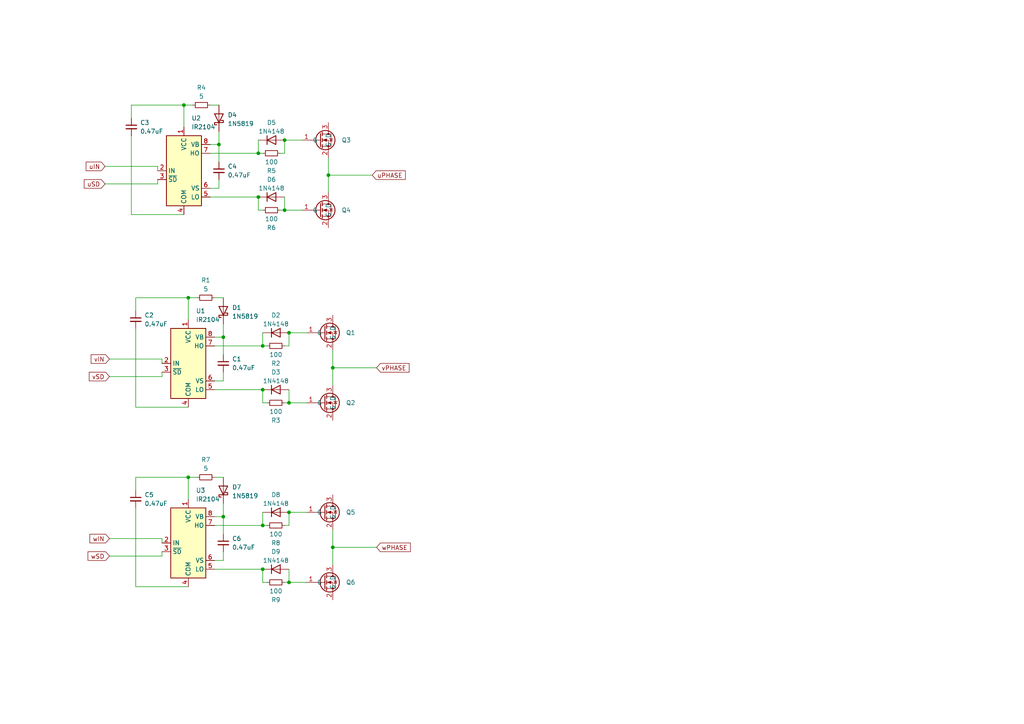
<source format=kicad_sch>
(kicad_sch (version 20230121) (generator eeschema)
  (paper "A4")
  (lib_symbols
    (symbol "Device:C_Small" (pin_numbers hide) (pin_names (offset 0.254) hide)
      (property "Reference" "C" (at 0.254 1.778 0))
      (property "Value" "C_Small" (at 0.254 -2.032 0))
      (symbol "C_Small_0_1"
        (polyline (pts (xy -1.524 -0.508) (xy 1.524 -0.508)) (stroke (width 0.3302)))
        (polyline (pts (xy -1.524 0.508) (xy 1.524 0.508)) (stroke (width 0.3048)))
      )
      (symbol "C_Small_1_1"
        (pin passive line (at 0 2.54 270) (length 2.032) (name "~") (number "1"))
        (pin passive line (at 0 -2.54 90) (length 2.032) (name "~") (number "2"))
      )
    )
    (symbol "Device:R_Small" (pin_numbers hide) (pin_names (offset 0.254) hide)
      (property "Reference" "R" (at 0.762 0.508 0))
      (property "Value" "R_Small" (at 0.762 -1.016 0))
      (symbol "R_Small_0_1"
        (rectangle (start -0.762 1.778) (end 0.762 -1.778) (stroke (width 0.2032)))
      )
      (symbol "R_Small_1_1"
        (pin passive line (at 0 2.54 270) (length 0.762) (name "~") (number "1"))
        (pin passive line (at 0 -2.54 90) (length 0.762) (name "~") (number "2"))
      )
    )
    (symbol "Diode:1N4148" (pin_numbers hide) (pin_names hide)
      (property "Reference" "D" (at 0 2.54 0))
      (property "Value" "1N4148" (at 0 -2.54 0))
      (symbol "1N4148_0_1"
        (polyline (pts (xy -1.27 1.27) (xy -1.27 -1.27)) (stroke (width 0.254)))
        (polyline (pts (xy 1.27 0) (xy -1.27 0)))
        (polyline (pts (xy 1.27 1.27) (xy 1.27 -1.27) (xy -1.27 0) (xy 1.27 1.27)) (stroke (width 0.254)))
      )
      (symbol "1N4148_1_1"
        (pin passive line (at -3.81 0 0) (length 2.54) (name "K") (number "1"))
        (pin passive line (at 3.81 0 180) (length 2.54) (name "A") (number "2"))
      )
    )
    (symbol "Diode:1N5819" (pin_numbers hide) (pin_names (offset 1.016) hide)
      (property "Reference" "D" (at 0 2.54 0))
      (property "Value" "1N5819" (at 0 -2.54 0))
      (symbol "1N5819_0_1"
        (polyline (pts (xy 1.27 0) (xy -1.27 0)))
        (polyline (pts (xy 1.27 1.27) (xy 1.27 -1.27) (xy -1.27 0) (xy 1.27 1.27)) (stroke (width 0.254)))
        (polyline (pts (xy -1.905 0.635) (xy -1.905 1.27) (xy -1.27 1.27) (xy -1.27 -1.27) (xy -0.635 -1.27) (xy -0.635 -0.635)) (stroke (width 0.254)))
      )
      (symbol "1N5819_1_1"
        (pin passive line (at -3.81 0 0) (length 2.54) (name "K") (number "1"))
        (pin passive line (at 3.81 0 180) (length 2.54) (name "A") (number "2"))
      )
    )
    (symbol "Driver_FET:IR2104"
      (property "Reference" "U" (at 1.27 13.335 0))
      (property "Value" "IR2104" (at 1.27 11.43 0))
      (symbol "IR2104_0_1"
        (rectangle (start -5.08 -10.16) (end 5.08 10.16) (stroke (width 0.254)) (fill (type background)))
      )
      (symbol "IR2104_1_1"
        (pin power_in line (at 0 12.7 270) (length 2.54) (name "VCC") (number "1"))
        (pin input line (at -7.62 0 0) (length 2.54) (name "IN") (number "2"))
        (pin input line (at -7.62 -2.54 0) (length 2.54) (name "~{SD}") (number "3"))
        (pin power_in line (at 0 -12.7 90) (length 2.54) (name "COM") (number "4"))
        (pin output line (at 7.62 -7.62 180) (length 2.54) (name "LO") (number "5"))
        (pin passive line (at 7.62 -5.08 180) (length 2.54) (name "VS") (number "6"))
        (pin output line (at 7.62 5.08 180) (length 2.54) (name "HO") (number "7"))
        (pin passive line (at 7.62 7.62 180) (length 2.54) (name "VB") (number "8"))
      )
    )
    (symbol "bldc_lib:IRFZ44N"
      (property "Reference" "Q" (at -11.43 -8.89 0))
      (symbol "IRFZ44N_0_1"
        (circle (center -0.889 0) (radius 2.794) (stroke (width 0.254)))
        (circle (center 0 -1.778) (radius 0.254) (fill (type outline)))
        (polyline (pts (xy -2.286 0) (xy -5.08 0)))
        (polyline (pts (xy -2.286 1.905) (xy -2.286 -1.905)) (stroke (width 0.254)))
        (polyline (pts (xy -1.778 -1.27) (xy -1.778 -2.286)) (stroke (width 0.254)))
        (polyline (pts (xy -1.778 0.508) (xy -1.778 -0.508)) (stroke (width 0.254)))
        (polyline (pts (xy -1.778 2.286) (xy -1.778 1.27)) (stroke (width 0.254)))
        (polyline (pts (xy 0 2.54) (xy 0 1.778)))
        (polyline (pts (xy 0 -2.54) (xy 0 0) (xy -1.778 0)))
        (polyline (pts (xy -1.778 -1.778) (xy 0.762 -1.778) (xy 0.762 1.778) (xy -1.778 1.778)))
        (polyline (pts (xy -1.524 0) (xy -0.508 0.381) (xy -0.508 -0.381) (xy -1.524 0)) (fill (type outline)))
        (polyline (pts (xy 0.254 0.508) (xy 0.381 0.381) (xy 1.143 0.381) (xy 1.27 0.254)))
        (polyline (pts (xy 0.762 0.381) (xy 0.381 -0.254) (xy 1.143 -0.254) (xy 0.762 0.381)))
        (circle (center 0 1.778) (radius 0.254) (fill (type outline)))
      )
      (symbol "IRFZ44N_1_1"
        (pin input line (at -7.62 0 0) (length 2.54) (name "G") (number "1"))
        (pin passive line (at 0 -5.08 90) (length 2.54) (name "S") (number "2"))
        (pin passive line (at 0 5.08 270) (length 2.54) (name "D") (number "3"))
      )
    )
  )
  (junction (at 64.77 149.86))
  (junction (at 53.34 30.48))
  (junction (at 64.77 97.79))
  (junction (at 76.2 113.03))
  (junction (at 83.82 96.52))
  (junction (at 83.82 116.84))
  (junction (at 54.61 138.43))
  (junction (at 74.93 57.15))
  (junction (at 96.52 106.68))
  (junction (at 76.2 100.33))
  (junction (at 83.82 148.59))
  (junction (at 95.25 50.8))
  (junction (at 76.2 165.1))
  (junction (at 82.55 60.96))
  (junction (at 96.52 158.75))
  (junction (at 82.55 40.64))
  (junction (at 83.82 168.91))
  (junction (at 63.5 41.91))
  (junction (at 54.61 86.36))
  (junction (at 76.2 152.4))
  (junction (at 74.93 44.45))
  (wire (pts (xy 63.5 46.99) (xy 63.5 41.91)))
  (wire (pts (xy 60.96 41.91) (xy 63.5 41.91)))
  (wire (pts (xy 53.34 30.48) (xy 53.34 36.83)))
  (wire (pts (xy 95.25 50.8) (xy 95.25 55.88)))
  (wire (pts (xy 60.96 54.61) (xy 63.5 54.61)))
  (wire (pts (xy 76.2 60.96) (xy 74.93 60.96)))
  (wire (pts (xy 39.37 118.11) (xy 54.61 118.11)))
  (wire (pts (xy 76.2 168.91) (xy 76.2 165.1)))
  (wire (pts (xy 82.55 116.84) (xy 83.82 116.84)))
  (wire (pts (xy 45.72 48.26) (xy 45.72 49.53)))
  (wire (pts (xy 74.93 60.96) (xy 74.93 57.15)))
  (wire (pts (xy 39.37 170.18) (xy 54.61 170.18)))
  (wire (pts (xy 39.37 138.43) (xy 54.61 138.43)))
  (wire (pts (xy 96.52 158.75) (xy 96.52 163.83)))
  (wire (pts (xy 46.99 104.14) (xy 46.99 105.41)))
  (wire (pts (xy 38.1 62.23) (xy 53.34 62.23)))
  (wire (pts (xy 83.82 96.52) (xy 88.9 96.52)))
  (wire (pts (xy 77.47 116.84) (xy 76.2 116.84)))
  (wire (pts (xy 39.37 90.17) (xy 39.37 86.36)))
  (wire (pts (xy 83.82 148.59) (xy 88.9 148.59)))
  (wire (pts (xy 31.75 161.29) (xy 46.99 161.29)))
  (wire (pts (xy 77.47 168.91) (xy 76.2 168.91)))
  (wire (pts (xy 83.82 148.59) (xy 83.82 152.4)))
  (wire (pts (xy 62.23 97.79) (xy 64.77 97.79)))
  (wire (pts (xy 39.37 147.32) (xy 39.37 170.18)))
  (wire (pts (xy 39.37 142.24) (xy 39.37 138.43)))
  (wire (pts (xy 46.99 161.29) (xy 46.99 160.02)))
  (wire (pts (xy 62.23 113.03) (xy 76.2 113.03)))
  (wire (pts (xy 64.77 154.94) (xy 64.77 149.86)))
  (wire (pts (xy 76.2 152.4) (xy 77.47 152.4)))
  (wire (pts (xy 82.55 40.64) (xy 87.63 40.64)))
  (wire (pts (xy 82.55 60.96) (xy 82.55 57.15)))
  (wire (pts (xy 54.61 138.43) (xy 54.61 144.78)))
  (wire (pts (xy 31.75 104.14) (xy 46.99 104.14)))
  (wire (pts (xy 64.77 146.05) (xy 64.77 149.86)))
  (wire (pts (xy 96.52 158.75) (xy 109.22 158.75)))
  (wire (pts (xy 62.23 86.36) (xy 64.77 86.36)))
  (wire (pts (xy 83.82 96.52) (xy 83.82 100.33)))
  (wire (pts (xy 82.55 152.4) (xy 83.82 152.4)))
  (wire (pts (xy 74.93 40.64) (xy 74.93 44.45)))
  (wire (pts (xy 83.82 168.91) (xy 88.9 168.91)))
  (wire (pts (xy 83.82 116.84) (xy 88.9 116.84)))
  (wire (pts (xy 76.2 116.84) (xy 76.2 113.03)))
  (wire (pts (xy 38.1 39.37) (xy 38.1 62.23)))
  (wire (pts (xy 82.55 60.96) (xy 87.63 60.96)))
  (wire (pts (xy 82.55 168.91) (xy 83.82 168.91)))
  (wire (pts (xy 96.52 101.6) (xy 96.52 106.68)))
  (wire (pts (xy 62.23 110.49) (xy 64.77 110.49)))
  (wire (pts (xy 76.2 100.33) (xy 77.47 100.33)))
  (wire (pts (xy 62.23 100.33) (xy 76.2 100.33)))
  (wire (pts (xy 60.96 44.45) (xy 74.93 44.45)))
  (wire (pts (xy 31.75 156.21) (xy 46.99 156.21)))
  (wire (pts (xy 62.23 152.4) (xy 76.2 152.4)))
  (wire (pts (xy 64.77 93.98) (xy 64.77 97.79)))
  (wire (pts (xy 96.52 153.67) (xy 96.52 158.75)))
  (wire (pts (xy 81.28 60.96) (xy 82.55 60.96)))
  (wire (pts (xy 46.99 156.21) (xy 46.99 157.48)))
  (wire (pts (xy 83.82 168.91) (xy 83.82 165.1)))
  (wire (pts (xy 54.61 86.36) (xy 54.61 92.71)))
  (wire (pts (xy 81.28 44.45) (xy 82.55 44.45)))
  (wire (pts (xy 64.77 102.87) (xy 64.77 97.79)))
  (wire (pts (xy 60.96 57.15) (xy 74.93 57.15)))
  (wire (pts (xy 96.52 106.68) (xy 96.52 111.76)))
  (wire (pts (xy 62.23 138.43) (xy 64.77 138.43)))
  (wire (pts (xy 83.82 116.84) (xy 83.82 113.03)))
  (wire (pts (xy 64.77 160.02) (xy 64.77 162.56)))
  (wire (pts (xy 62.23 149.86) (xy 64.77 149.86)))
  (wire (pts (xy 31.75 109.22) (xy 46.99 109.22)))
  (wire (pts (xy 82.55 40.64) (xy 82.55 44.45)))
  (wire (pts (xy 95.25 45.72) (xy 95.25 50.8)))
  (wire (pts (xy 30.48 53.34) (xy 45.72 53.34)))
  (wire (pts (xy 62.23 162.56) (xy 64.77 162.56)))
  (wire (pts (xy 96.52 106.68) (xy 109.22 106.68)))
  (wire (pts (xy 63.5 52.07) (xy 63.5 54.61)))
  (wire (pts (xy 62.23 165.1) (xy 76.2 165.1)))
  (wire (pts (xy 46.99 109.22) (xy 46.99 107.95)))
  (wire (pts (xy 30.48 48.26) (xy 45.72 48.26)))
  (wire (pts (xy 74.93 44.45) (xy 76.2 44.45)))
  (wire (pts (xy 45.72 53.34) (xy 45.72 52.07)))
  (wire (pts (xy 38.1 34.29) (xy 38.1 30.48)))
  (wire (pts (xy 38.1 30.48) (xy 53.34 30.48)))
  (wire (pts (xy 82.55 100.33) (xy 83.82 100.33)))
  (wire (pts (xy 57.15 138.43) (xy 54.61 138.43)))
  (wire (pts (xy 55.88 30.48) (xy 53.34 30.48)))
  (wire (pts (xy 76.2 148.59) (xy 76.2 152.4)))
  (wire (pts (xy 39.37 95.25) (xy 39.37 118.11)))
  (wire (pts (xy 39.37 86.36) (xy 54.61 86.36)))
  (wire (pts (xy 76.2 96.52) (xy 76.2 100.33)))
  (wire (pts (xy 95.25 50.8) (xy 107.95 50.8)))
  (wire (pts (xy 57.15 86.36) (xy 54.61 86.36)))
  (wire (pts (xy 64.77 107.95) (xy 64.77 110.49)))
  (wire (pts (xy 63.5 38.1) (xy 63.5 41.91)))
  (wire (pts (xy 60.96 30.48) (xy 63.5 30.48)))
  (global_label "uIN" (shape input) (at 30.48 48.26 180) (property "Intersheetrefs" "${INTERSHEET_REFS}" (effects hide)))
  (global_label "wPHASE" (shape input) (at 109.22 158.75 0) (property "Intersheetrefs" "${INTERSHEET_REFS}" (effects hide)))
  (global_label "wIN" (shape input) (at 31.75 156.21 180) (property "Intersheetrefs" "${INTERSHEET_REFS}" (effects hide)))
  (global_label "uPHASE" (shape input) (at 107.95 50.8 0) (property "Intersheetrefs" "${INTERSHEET_REFS}" (effects hide)))
  (global_label "vIN" (shape input) (at 31.75 104.14 180) (property "Intersheetrefs" "${INTERSHEET_REFS}" (effects hide)))
  (global_label "vSD" (shape input) (at 31.75 109.22 180) (property "Intersheetrefs" "${INTERSHEET_REFS}" (effects hide)))
  (global_label "uSD" (shape input) (at 30.48 53.34 180) (property "Intersheetrefs" "${INTERSHEET_REFS}" (effects hide)))
  (global_label "wSD" (shape input) (at 31.75 161.29 180) (property "Intersheetrefs" "${INTERSHEET_REFS}" (effects hide)))
  (global_label "vPHASE" (shape input) (at 109.22 106.68 0) (property "Intersheetrefs" "${INTERSHEET_REFS}" (effects hide)))
  (symbol (lib_id "Device:R_Small") (at 80.01 116.84 90) (unit 1)
    (property "Reference" "R3" (at 80.01 121.92 90))
    (property "Value" "100" (at 80.01 119.38 90))
  )
  (symbol (lib_id "bldc_lib:IRFZ44N") (at 96.52 96.52 0) (unit 1)
    (property "Reference" "Q1" (at 100.33 96.52 0) (effects (justify left)))
    (property "Value" "IRFZ44N" (effects hide))
    (property "Footprint" "Package_TO_SOT_THT:TO-220-3_Vertical" (effects hide))
    (property "Datasheet" "https://www.infineon.com/dgdl/Infineon-IRFZ44N-DataSheet-v01_01-EN.pdf?fileId=5546d462533600a40153563b3a9f220d" (effects hide))
    (property "Sim.Library" "/home/iwolfs/Projects/Electronics/simulations/spice_lib/irfz44n.spi" (effects hide))
  )
  (symbol (lib_id "Diode:1N4148") (at 80.01 113.03 0) (unit 1)
    (property "Reference" "D3" (at 80.01 107.95 0))
    (property "Value" "1N4148" (at 80.01 110.49 0))
    (property "Footprint" "Diode_THT:D_DO-35_SOD27_P7.62mm_Horizontal" (effects hide))
    (property "Datasheet" "https://assets.nexperia.com/documents/data-sheet/1N4148_1N4448.pdf" (effects hide))
    (property "Sim.Device" "D" (effects hide))
    (property "Sim.Pins" "1=K 2=A" (effects hide))
  )
  (symbol (lib_id "Diode:1N4148") (at 78.74 40.64 0) (unit 1)
    (property "Reference" "D5" (at 78.74 35.56 0))
    (property "Value" "1N4148" (at 78.74 38.1 0))
    (property "Footprint" "Diode_THT:D_DO-35_SOD27_P7.62mm_Horizontal" (effects hide))
    (property "Datasheet" "https://assets.nexperia.com/documents/data-sheet/1N4148_1N4448.pdf" (effects hide))
    (property "Sim.Device" "D" (effects hide))
    (property "Sim.Pins" "1=K 2=A" (effects hide))
  )
  (symbol (lib_id "Device:C_Small") (at 39.37 144.78 0) (unit 1)
    (property "Reference" "C5" (at 41.91 143.5163 0) (effects (justify left)))
    (property "Value" "0.47uF" (at 41.91 146.0563 0) (effects (justify left)))
  )
  (symbol (lib_id "Device:R_Small") (at 58.42 30.48 90) (unit 1)
    (property "Reference" "R4" (at 58.42 25.4 90))
    (property "Value" "5" (at 58.42 27.94 90))
  )
  (symbol (lib_id "Diode:1N4148") (at 80.01 96.52 0) (unit 1)
    (property "Reference" "D2" (at 80.01 91.44 0))
    (property "Value" "1N4148" (at 80.01 93.98 0))
    (property "Footprint" "Diode_THT:D_DO-35_SOD27_P7.62mm_Horizontal" (effects hide))
    (property "Datasheet" "https://assets.nexperia.com/documents/data-sheet/1N4148_1N4448.pdf" (effects hide))
    (property "Sim.Device" "D" (effects hide))
    (property "Sim.Pins" "1=K 2=A" (effects hide))
  )
  (symbol (lib_id "bldc_lib:IRFZ44N") (at 96.52 148.59 0) (unit 1)
    (property "Reference" "Q5" (at 100.33 148.59 0) (effects (justify left)))
    (property "Value" "IRFZ44N" (effects hide))
    (property "Footprint" "Package_TO_SOT_THT:TO-220-3_Vertical" (effects hide))
    (property "Datasheet" "https://www.infineon.com/dgdl/Infineon-IRFZ44N-DataSheet-v01_01-EN.pdf?fileId=5546d462533600a40153563b3a9f220d" (effects hide))
    (property "Sim.Library" "/home/iwolfs/Projects/Electronics/simulations/spice_lib/irfz44n.spi" (effects hide))
  )
  (symbol (lib_id "Driver_FET:IR2104") (at 53.34 49.53 0) (unit 1)
    (property "Reference" "U2" (at 55.5341 34.29 0) (effects (justify left)))
    (property "Value" "IR2104" (at 55.5341 36.83 0) (effects (justify left)))
    (property "Datasheet" "https://www.infineon.com/dgdl/ir2104.pdf?fileId=5546d462533600a4015355c7c1c31671" (effects hide))
    (property "Sim.Library" "/home/iwolfs/Projects/Electronics/simulations/spice_lib/IR2104/Model/IR2104.lib" (effects hide))
  )
  (symbol (lib_id "bldc_lib:IRFZ44N") (at 95.25 40.64 0) (unit 1)
    (property "Reference" "Q3" (at 99.06 40.64 0) (effects (justify left)))
    (property "Value" "IRFZ44N" (effects hide))
    (property "Footprint" "Package_TO_SOT_THT:TO-220-3_Vertical" (effects hide))
    (property "Datasheet" "https://www.infineon.com/dgdl/Infineon-IRFZ44N-DataSheet-v01_01-EN.pdf?fileId=5546d462533600a40153563b3a9f220d" (effects hide))
    (property "Sim.Library" "/home/iwolfs/Projects/Electronics/simulations/spice_lib/irfz44n.spi" (effects hide))
  )
  (symbol (lib_id "Device:C_Small") (at 63.5 49.53 0) (unit 1)
    (property "Reference" "C4" (at 66.04 48.2663 0) (effects (justify left)))
    (property "Value" "0.47uF" (at 66.04 50.8063 0) (effects (justify left)))
  )
  (symbol (lib_id "Diode:1N4148") (at 80.01 148.59 0) (unit 1)
    (property "Reference" "D8" (at 80.01 143.51 0))
    (property "Value" "1N4148" (at 80.01 146.05 0))
    (property "Footprint" "Diode_THT:D_DO-35_SOD27_P7.62mm_Horizontal" (effects hide))
    (property "Datasheet" "https://assets.nexperia.com/documents/data-sheet/1N4148_1N4448.pdf" (effects hide))
    (property "Sim.Device" "D" (effects hide))
    (property "Sim.Pins" "1=K 2=A" (effects hide))
  )
  (symbol (lib_id "Device:R_Small") (at 78.74 44.45 90) (unit 1)
    (property "Reference" "R5" (at 78.74 49.53 90))
    (property "Value" "100" (at 78.74 46.99 90))
  )
  (symbol (lib_id "Diode:1N4148") (at 80.01 165.1 0) (unit 1)
    (property "Reference" "D9" (at 80.01 160.02 0))
    (property "Value" "1N4148" (at 80.01 162.56 0))
    (property "Footprint" "Diode_THT:D_DO-35_SOD27_P7.62mm_Horizontal" (effects hide))
    (property "Datasheet" "https://assets.nexperia.com/documents/data-sheet/1N4148_1N4448.pdf" (effects hide))
    (property "Sim.Device" "D" (effects hide))
    (property "Sim.Pins" "1=K 2=A" (effects hide))
  )
  (symbol (lib_id "Device:C_Small") (at 39.37 92.71 0) (unit 1)
    (property "Reference" "C2" (at 41.91 91.4463 0) (effects (justify left)))
    (property "Value" "0.47uF" (at 41.91 93.9863 0) (effects (justify left)))
  )
  (symbol (lib_id "Device:R_Small") (at 59.69 138.43 90) (unit 1)
    (property "Reference" "R7" (at 59.69 133.35 90))
    (property "Value" "5" (at 59.69 135.89 90))
  )
  (symbol (lib_id "Diode:1N5819") (at 64.77 142.24 90) (unit 1)
    (property "Reference" "D7" (at 67.31 141.2875 90) (effects (justify right)))
    (property "Value" "1N5819" (at 67.31 143.8275 90) (effects (justify right)))
    (property "Footprint" "Diode_THT:D_DO-41_SOD81_P10.16mm_Horizontal" (effects hide))
    (property "Datasheet" "http://www.vishay.com/docs/88525/1n5817.pdf" (effects hide))
  )
  (symbol (lib_id "Diode:1N5819") (at 64.77 90.17 90) (unit 1)
    (property "Reference" "D1" (at 67.31 89.2175 90) (effects (justify right)))
    (property "Value" "1N5819" (at 67.31 91.7575 90) (effects (justify right)))
    (property "Footprint" "Diode_THT:D_DO-41_SOD81_P10.16mm_Horizontal" (effects hide))
    (property "Datasheet" "http://www.vishay.com/docs/88525/1n5817.pdf" (effects hide))
  )
  (symbol (lib_id "Device:C_Small") (at 64.77 105.41 0) (unit 1)
    (property "Reference" "C1" (at 67.31 104.1463 0) (effects (justify left)))
    (property "Value" "0.47uF" (at 67.31 106.6863 0) (effects (justify left)))
  )
  (symbol (lib_id "Device:R_Small") (at 80.01 100.33 90) (unit 1)
    (property "Reference" "R2" (at 80.01 105.41 90))
    (property "Value" "100" (at 80.01 102.87 90))
  )
  (symbol (lib_id "Device:C_Small") (at 64.77 157.48 0) (unit 1)
    (property "Reference" "C6" (at 67.31 156.2163 0) (effects (justify left)))
    (property "Value" "0.47uF" (at 67.31 158.7563 0) (effects (justify left)))
  )
  (symbol (lib_id "Driver_FET:IR2104") (at 54.61 157.48 0) (unit 1)
    (property "Reference" "U3" (at 56.8041 142.24 0) (effects (justify left)))
    (property "Value" "IR2104" (at 56.8041 144.78 0) (effects (justify left)))
    (property "Datasheet" "https://www.infineon.com/dgdl/ir2104.pdf?fileId=5546d462533600a4015355c7c1c31671" (effects hide))
    (property "Sim.Library" "/home/iwolfs/Projects/Electronics/simulations/spice_lib/IR2104/Model/IR2104.lib" (effects hide))
  )
  (symbol (lib_id "Device:R_Small") (at 78.74 60.96 90) (unit 1)
    (property "Reference" "R6" (at 78.74 66.04 90))
    (property "Value" "100" (at 78.74 63.5 90))
  )
  (symbol (lib_id "Device:R_Small") (at 80.01 168.91 90) (unit 1)
    (property "Reference" "R9" (at 80.01 173.99 90))
    (property "Value" "100" (at 80.01 171.45 90))
  )
  (symbol (lib_id "Device:R_Small") (at 80.01 152.4 90) (unit 1)
    (property "Reference" "R8" (at 80.01 157.48 90))
    (property "Value" "100" (at 80.01 154.94 90))
  )
  (symbol (lib_id "bldc_lib:IRFZ44N") (at 96.52 116.84 0) (unit 1)
    (property "Reference" "Q2" (at 100.33 116.84 0) (effects (justify left)))
    (property "Value" "IRFZ44N" (effects hide))
    (property "Footprint" "Package_TO_SOT_THT:TO-220-3_Vertical" (effects hide))
    (property "Datasheet" "https://www.infineon.com/dgdl/Infineon-IRFZ44N-DataSheet-v01_01-EN.pdf?fileId=5546d462533600a40153563b3a9f220d" (effects hide))
    (property "Sim.Library" "/home/iwolfs/Projects/Electronics/simulations/spice_lib/irfz44n.spi" (effects hide))
  )
  (symbol (lib_id "Diode:1N4148") (at 78.74 57.15 0) (unit 1)
    (property "Reference" "D6" (at 78.74 52.07 0))
    (property "Value" "1N4148" (at 78.74 54.61 0))
    (property "Footprint" "Diode_THT:D_DO-35_SOD27_P7.62mm_Horizontal" (effects hide))
    (property "Datasheet" "https://assets.nexperia.com/documents/data-sheet/1N4148_1N4448.pdf" (effects hide))
    (property "Sim.Device" "D" (effects hide))
    (property "Sim.Pins" "1=K 2=A" (effects hide))
  )
  (symbol (lib_id "bldc_lib:IRFZ44N") (at 96.52 168.91 0) (unit 1)
    (property "Reference" "Q6" (at 100.33 168.91 0) (effects (justify left)))
    (property "Value" "IRFZ44N" (effects hide))
    (property "Footprint" "Package_TO_SOT_THT:TO-220-3_Vertical" (effects hide))
    (property "Datasheet" "https://www.infineon.com/dgdl/Infineon-IRFZ44N-DataSheet-v01_01-EN.pdf?fileId=5546d462533600a40153563b3a9f220d" (effects hide))
    (property "Sim.Library" "/home/iwolfs/Projects/Electronics/simulations/spice_lib/irfz44n.spi" (effects hide))
  )
  (symbol (lib_id "Driver_FET:IR2104") (at 54.61 105.41 0) (unit 1)
    (property "Reference" "U1" (at 56.8041 90.17 0) (effects (justify left)))
    (property "Value" "IR2104" (at 56.8041 92.71 0) (effects (justify left)))
    (property "Datasheet" "https://www.infineon.com/dgdl/ir2104.pdf?fileId=5546d462533600a4015355c7c1c31671" (effects hide))
    (property "Sim.Library" "/home/iwolfs/Projects/Electronics/simulations/spice_lib/IR2104/Model/IR2104.lib" (effects hide))
  )
  (symbol (lib_id "Diode:1N5819") (at 63.5 34.29 90) (unit 1)
    (property "Reference" "D4" (at 66.04 33.3375 90) (effects (justify right)))
    (property "Value" "1N5819" (at 66.04 35.8775 90) (effects (justify right)))
    (property "Footprint" "Diode_THT:D_DO-41_SOD81_P10.16mm_Horizontal" (effects hide))
    (property "Datasheet" "http://www.vishay.com/docs/88525/1n5817.pdf" (effects hide))
  )
  (symbol (lib_id "bldc_lib:IRFZ44N") (at 95.25 60.96 0) (unit 1)
    (property "Reference" "Q4" (at 99.06 60.96 0) (effects (justify left)))
    (property "Value" "IRFZ44N" (effects hide))
    (property "Footprint" "Package_TO_SOT_THT:TO-220-3_Vertical" (effects hide))
    (property "Datasheet" "https://www.infineon.com/dgdl/Infineon-IRFZ44N-DataSheet-v01_01-EN.pdf?fileId=5546d462533600a40153563b3a9f220d" (effects hide))
    (property "Sim.Library" "/home/iwolfs/Projects/Electronics/simulations/spice_lib/irfz44n.spi" (effects hide))
  )
  (symbol (lib_id "Device:C_Small") (at 38.1 36.83 0) (unit 1)
    (property "Reference" "C3" (at 40.64 35.5663 0) (effects (justify left)))
    (property "Value" "0.47uF" (at 40.64 38.1063 0) (effects (justify left)))
  )
  (symbol (lib_id "Device:R_Small") (at 59.69 86.36 90) (unit 1)
    (property "Reference" "R1" (at 59.69 81.28 90))
    (property "Value" "5" (at 59.69 83.82 90))
  )
)
</source>
